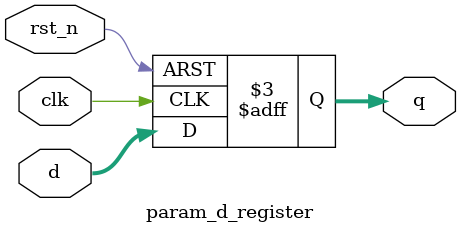
<source format=sv>
module param_d_register #(
    parameter WIDTH = 8
) (
    input wire clk,
    input wire rst_n,
    input wire [WIDTH-1:0] d,
    output reg [WIDTH-1:0] q
);
    always @(posedge clk or negedge rst_n) begin
        if (!rst_n)
            q <= {WIDTH{1'b0}};
        else
            q <= d;
    end
endmodule
</source>
